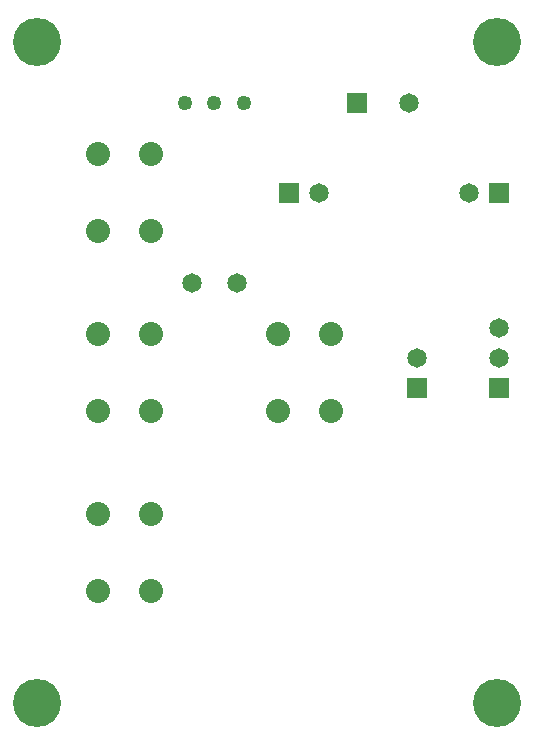
<source format=gbs>
G04 -- Generated By PCBWeb Designer*
%FSLAX24Y24*%
%MOIN*%
%OFA0B0*%
%SFA1.0B1.0*%
%AMROTRECT*21,1,$1,$2,0,0,$3*%
%AMROTOBLONG*1,1,$7,$1,$2*1,1,$7,$3,$4*21,1,$5,$6,0,0,$8*%
%ADD10C,0.025*%
%ADD11C,0.15*%
%ADD12C,0.1*%
%ADD13C,0.16*%
%ADD14C,0.005*%
%ADD15R,0.065X0.0394*%
%ADD16R,0.075X0.0494*%
%ADD17C,0.021*%
%ADD18R,0.0394X0.0866*%
%ADD19R,0.0494X0.0966*%
%ADD20C,0.002*%
%ADD21C,0.018*%
%ADD22C,0.008*%
%ADD23C,0.024*%
%ADD24R,0.055X0.055*%
%ADD25C,0.035*%
%ADD26R,0.065X0.065*%
%ADD27C,0.055*%
%ADD28C,0.032*%
%ADD29C,0.065*%
%ADD30C,0.01*%
%ADD31R,0.0591X0.0512*%
%ADD32R,0.0691X0.0612*%
%ADD33C,0.07*%
%ADD34C,0.045*%
%ADD35C,0.08*%
%ADD36C,0.033*%
%ADD37C,0.033*%
%ADD38C,0.026*%
%ADD39C,0.0394*%
%ADD40C,0.0197*%
%ADD41C,0.0494*%
%ADD42C,0.0059*%
%ADD43C,0.015*%
%ADD44C,0.0275*%
%ADD45C,0.0*%
G01*
%LNSTD*%
%LPD*%
G54D13*
X1575Y2475D03*
X16925Y2475D03*
X1575Y24525D03*
X16925Y24525D03*
G54D26*
X14250Y13000D03*
G54D29*
X14250Y14000D03*
G54D26*
X17000Y13000D03*
G54D29*
X17000Y14000D03*
X17000Y15000D03*
G54D35*
X5386Y18220D03*
X5386Y20780D03*
X3616Y18220D03*
X3616Y20780D03*
X5386Y6220D03*
X5386Y8780D03*
X3616Y6220D03*
X3616Y8780D03*
X11386Y12220D03*
X11386Y14780D03*
X9616Y12220D03*
X9616Y14780D03*
X5386Y12220D03*
X5386Y14780D03*
X3616Y12220D03*
X3616Y14780D03*
G54D26*
X10000Y19500D03*
G54D29*
X11000Y19500D03*
G54D26*
X17000Y19500D03*
G54D29*
X16000Y19500D03*
G54D26*
X12250Y22500D03*
G54D29*
X14000Y22500D03*
X8250Y16500D03*
X6750Y16500D03*
G54D41*
X8484Y22500D03*
X7500Y22500D03*
X6516Y22500D03*
M02*

</source>
